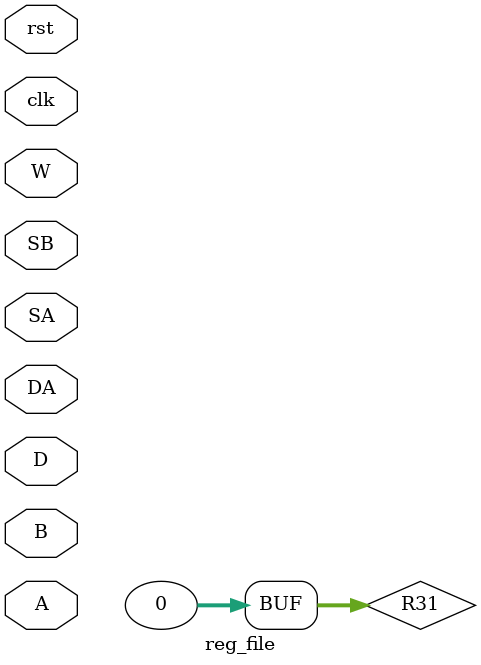
<source format=v>
module reg_file(A, B, SA, SB, D, DA, W, rst, clk);
	input [4:0] SA, SB, DA;//Select A-A Address,Select B-B Address, Data Destination addy
	input W, clk, rst;//Write enable
	input [31:0] A, B, D;//A bus, B bus, Data input
	wire [31:0] load_enable;
	

	
	wire [31:0] R0, R1,R2,R3,R4,R5,R6,R7,R8,R9,R10,R11,R12,R13,R14,R15,R16,R17,R18,R19,R20,R21,R22,R23,R24,R25,R26,
	R27,R28,R29,R30,R31;
	
	//Decoder(select, enable, x)
	Decoder dcode (DA, W,load_enable);
	
	
	//comparch_lab3(out, in, clk, rst,load)
	comparch_lab3 reg0 (R0, D, clk, rst, load_enable[0]);
	comparch_lab3 reg1 (R1, D, clk, rst, load_enable[1]);
	comparch_lab3 reg2 (R2, D, clk, rst,load_enable[2]);
	comparch_lab3 reg3 (R3, D, clk, rst,load_enable[3]);
	comparch_lab3 reg4 (R4, D, clk, rst,load_enable[4]);
	comparch_lab3 reg5 (R5, D, clk, rst,load_enable[5]);
	comparch_lab3 reg6 (R6, D, clk, rst,load_enable[6]);
	comparch_lab3 reg7 (R7, D, clk, rst,load_enable[7]);
	comparch_lab3 reg8 (R8, D, clk, rst,load_enable[8]);
	comparch_lab3 reg9 (R9, D, clk, rst,load_enable[9]);
	comparch_lab3 reg10 (R10, D, clk, rst,load_enable[10]);
	comparch_lab3 reg11 (R11, D, clk, rst,load_enable[11]);
	comparch_lab3 reg12 (R12, D, clk, rst,load_enable[12]);
	comparch_lab3 reg13 (R13, D, clk, rst,load_enable[13]);
	comparch_lab3 reg14 (R14, D, clk, rst,load_enable[14]);
	comparch_lab3 reg15 (R15, D, clk, rst,load_enable[15]);
	comparch_lab3 reg16 (R16, D, clk, rst,load_enable[16]);
	comparch_lab3 reg17 (R17, D, clk, rst,load_enable[17]);
	comparch_lab3 reg18 (R18, D, clk, rst,load_enable[18]);
	comparch_lab3 reg19 (R19, D, clk, rst,load_enable[19]);
	comparch_lab3 reg20 (R20, D, clk, rst,load_enable[20]);
	comparch_lab3 reg21 (R21, D, clk, rst,load_enable[21]);
	comparch_lab3 reg22 (R22, D, clk, rst,load_enable[22]);
	comparch_lab3 reg23 (R23, D, clk, rst,load_enable[23]);
	comparch_lab3 reg24 (R24, D, clk, rst,load_enable[24]);
	comparch_lab3 reg25 (R25, D, clk, rst,load_enable[25]);
	comparch_lab3 reg26 (R26, D, clk, rst,load_enable[26]);
	comparch_lab3 reg27 (R27, D, clk, rst,load_enable[27]);
	comparch_lab3 reg28 (R28, D, clk, rst,load_enable[28]);
	comparch_lab3 reg29 (R29, D, clk, rst,load_enable[29]);
	comparch_lab3 reg30 (R30, D, clk, rst,load_enable[30]);
	//comparch_lab3 reg31 (R31, D, clk, rst,load_enable[31]);
	assign R31 = 32'b0;
		
	
	//wire [31:0] M0, M1,M2,M3,M4,M5,M6,M7,M8,M9,M10,M11,M12,M13,M14,M15,M16,M17,M18,M19,M20,M21,M22,M23,M24,M25,M26,
	//M27,M28,M29,M30,M31;
	
	Mux muxA (A,R0,R1,R2,R3,R4,R5,R6,R7,R8,R9,R10,R11,R12,R13,R14,R15,R16,R17,R18,R19,R20,R21,R22,R23,R24,R25,R26,
	R27,R28,R29,R30,R31, SA);
	Mux muxB (B,R0, R1,R2,R3,R4,R5,R6,R7,R8,R9,R10,R11,R12,R13,R14,R15,R16,R17,R18,R19,R20,R21,R22,R23,R24,R25,R26,
	R27,R28,R29,R30,R31, SB);
endmodule

</source>
